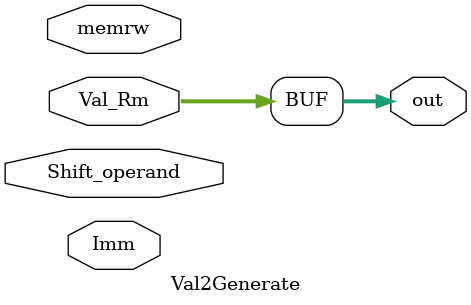
<source format=v>
module Val2Generate(
    input memrw,
    input[31:0] Val_Rm,
    input[23:0] Imm,
    input[11:0] Shift_operand,
    output[31:0] out
);

    // TODO temp
    assign out = Val_Rm;

endmodule
</source>
